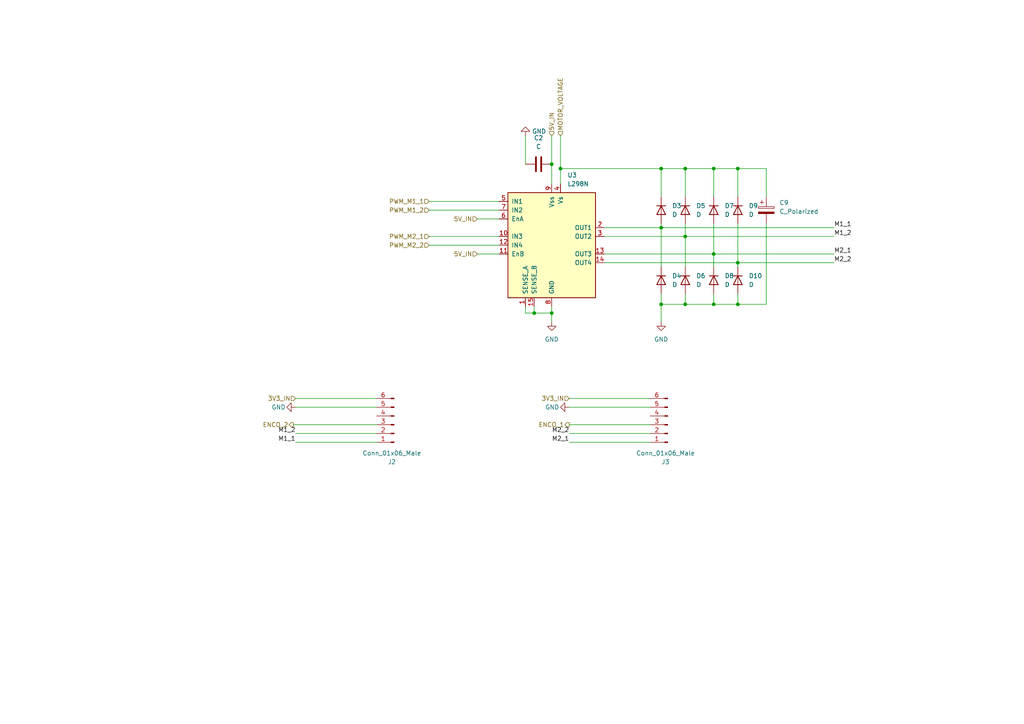
<source format=kicad_sch>
(kicad_sch (version 20211123) (generator eeschema)
  (paper "A4")
  (lib_symbols
    (symbol "Connector:Conn_01x06_Male" (pin_names (offset 1.016) hide)
      (property "Reference" "J" (at 0 7.62 0))
      (property "Value" "Conn_01x06_Male" (at 0 -10.16 0))
      (symbol "Conn_01x06_Male_1_1"
        (polyline (pts (xy 1.27 -7.62) (xy 0.8636 -7.62)) (stroke (width 0.1524)))
        (polyline (pts (xy 1.27 -5.08) (xy 0.8636 -5.08)) (stroke (width 0.1524)))
        (polyline (pts (xy 1.27 -2.54) (xy 0.8636 -2.54)) (stroke (width 0.1524)))
        (polyline (pts (xy 1.27 0) (xy 0.8636 0)) (stroke (width 0.1524)))
        (polyline (pts (xy 1.27 2.54) (xy 0.8636 2.54)) (stroke (width 0.1524)))
        (polyline (pts (xy 1.27 5.08) (xy 0.8636 5.08)) (stroke (width 0.1524)))
        (rectangle (start 0.8636 -7.493) (end 0 -7.747) (stroke (width 0.1524)) (fill (type outline)))
        (rectangle (start 0.8636 -4.953) (end 0 -5.207) (stroke (width 0.1524)) (fill (type outline)))
        (rectangle (start 0.8636 -2.413) (end 0 -2.667) (stroke (width 0.1524)) (fill (type outline)))
        (rectangle (start 0.8636 0.127) (end 0 -0.127) (stroke (width 0.1524)) (fill (type outline)))
        (rectangle (start 0.8636 2.667) (end 0 2.413) (stroke (width 0.1524)) (fill (type outline)))
        (rectangle (start 0.8636 5.207) (end 0 4.953) (stroke (width 0.1524)) (fill (type outline)))
        (pin passive line (at 5.08 5.08 180) (length 3.81) (name "Pin_1") (number "1"))
        (pin passive line (at 5.08 2.54 180) (length 3.81) (name "Pin_2") (number "2"))
        (pin passive line (at 5.08 0 180) (length 3.81) (name "Pin_3") (number "3"))
        (pin passive line (at 5.08 -2.54 180) (length 3.81) (name "Pin_4") (number "4"))
        (pin passive line (at 5.08 -5.08 180) (length 3.81) (name "Pin_5") (number "5"))
        (pin passive line (at 5.08 -7.62 180) (length 3.81) (name "Pin_6") (number "6"))
      )
    )
    (symbol "Device:C" (pin_numbers hide) (pin_names (offset 0.254))
      (property "Reference" "C" (at 0.635 2.54 0))
      (property "Value" "C" (at 0.635 -2.54 0))
      (symbol "C_0_1"
        (polyline (pts (xy -2.032 -0.762) (xy 2.032 -0.762)) (stroke (width 0.508)))
        (polyline (pts (xy -2.032 0.762) (xy 2.032 0.762)) (stroke (width 0.508)))
      )
      (symbol "C_1_1"
        (pin passive line (at 0 3.81 270) (length 2.794) (name "~") (number "1"))
        (pin passive line (at 0 -3.81 90) (length 2.794) (name "~") (number "2"))
      )
    )
    (symbol "Device:C_Polarized" (pin_numbers hide) (pin_names (offset 0.254))
      (property "Reference" "C" (at 0.635 2.54 0))
      (property "Value" "C_Polarized" (at 0.635 -2.54 0))
      (symbol "C_Polarized_0_1"
        (rectangle (start -2.286 0.508) (end 2.286 1.016))
        (polyline (pts (xy -1.778 2.286) (xy -0.762 2.286)))
        (polyline (pts (xy -1.27 2.794) (xy -1.27 1.778)))
        (rectangle (start 2.286 -0.508) (end -2.286 -1.016) (fill (type outline)))
      )
      (symbol "C_Polarized_1_1"
        (pin passive line (at 0 3.81 270) (length 2.794) (name "~") (number "1"))
        (pin passive line (at 0 -3.81 90) (length 2.794) (name "~") (number "2"))
      )
    )
    (symbol "Device:D" (pin_numbers hide) (pin_names (offset 1.016) hide)
      (property "Reference" "D" (at 0 2.54 0))
      (property "Value" "D" (at 0 -2.54 0))
      (symbol "D_0_1"
        (polyline (pts (xy -1.27 1.27) (xy -1.27 -1.27)) (stroke (width 0.254)))
        (polyline (pts (xy 1.27 0) (xy -1.27 0)))
        (polyline (pts (xy 1.27 1.27) (xy 1.27 -1.27) (xy -1.27 0) (xy 1.27 1.27)) (stroke (width 0.254)))
      )
      (symbol "D_1_1"
        (pin passive line (at -3.81 0 0) (length 2.54) (name "K") (number "1"))
        (pin passive line (at 3.81 0 180) (length 2.54) (name "A") (number "2"))
      )
    )
    (symbol "Driver_Motor:L298N" (pin_names (offset 1.016))
      (property "Reference" "U" (at -10.16 16.51 0))
      (property "Value" "L298N" (at 12.7 16.51 0))
      (symbol "L298N_0_1"
        (rectangle (start -12.7 15.24) (end 12.7 -15.24) (stroke (width 0.254)) (fill (type background)))
      )
      (symbol "L298N_1_1"
        (pin power_in line (at -7.62 -17.78 90) (length 2.54) (name "SENSE_A") (number "1"))
        (pin input line (at -15.24 2.54 0) (length 2.54) (name "IN3") (number "10"))
        (pin input line (at -15.24 -2.54 0) (length 2.54) (name "EnB") (number "11"))
        (pin input line (at -15.24 0 0) (length 2.54) (name "IN4") (number "12"))
        (pin output line (at 15.24 -2.54 180) (length 2.54) (name "OUT3") (number "13"))
        (pin output line (at 15.24 -5.08 180) (length 2.54) (name "OUT4") (number "14"))
        (pin power_in line (at -5.08 -17.78 90) (length 2.54) (name "SENSE_B") (number "15"))
        (pin output line (at 15.24 5.08 180) (length 2.54) (name "OUT1") (number "2"))
        (pin output line (at 15.24 2.54 180) (length 2.54) (name "OUT2") (number "3"))
        (pin power_in line (at 2.54 17.78 270) (length 2.54) (name "Vs") (number "4"))
        (pin input line (at -15.24 12.7 0) (length 2.54) (name "IN1") (number "5"))
        (pin input line (at -15.24 7.62 0) (length 2.54) (name "EnA") (number "6"))
        (pin input line (at -15.24 10.16 0) (length 2.54) (name "IN2") (number "7"))
        (pin power_in line (at 0 -17.78 90) (length 2.54) (name "GND") (number "8"))
        (pin power_in line (at 0 17.78 270) (length 2.54) (name "Vss") (number "9"))
      )
    )
    (symbol "power:GND" (power) (pin_names (offset 0))
      (property "Value" "GND" (at 0 -3.81 0))
      (symbol "GND_0_1"
        (polyline (pts (xy 0 0) (xy 0 -1.27) (xy 1.27 -1.27) (xy 0 -2.54) (xy -1.27 -1.27) (xy 0 -1.27)))
      )
      (symbol "GND_1_1"
        (pin power_in line (at 0 0 270) (length 0) hide (name "GND") (number "1"))
      )
    )
  )
  (junction (at 191.77 88.265))
  (junction (at 191.77 48.895))
  (junction (at 213.995 76.2))
  (junction (at 160.02 47.625))
  (junction (at 162.56 48.895))
  (junction (at 207.01 48.895))
  (junction (at 191.77 66.04))
  (junction (at 198.755 68.58))
  (junction (at 207.01 88.265))
  (junction (at 213.995 48.895))
  (junction (at 154.94 90.805))
  (junction (at 198.755 48.895))
  (junction (at 160.02 90.805))
  (junction (at 213.995 88.265))
  (junction (at 198.755 88.265))
  (junction (at 207.01 73.66))
  (wire (pts (xy 165.1 125.73) (xy 188.595 125.73)))
  (wire (pts (xy 213.995 85.09) (xy 213.995 88.265)))
  (wire (pts (xy 222.25 88.265) (xy 213.995 88.265)))
  (wire (pts (xy 191.77 66.04) (xy 241.935 66.04)))
  (wire (pts (xy 175.26 66.04) (xy 191.77 66.04)))
  (wire (pts (xy 175.26 73.66) (xy 207.01 73.66)))
  (wire (pts (xy 124.46 60.96) (xy 144.78 60.96)))
  (wire (pts (xy 162.56 48.895) (xy 191.77 48.895)))
  (wire (pts (xy 160.02 90.805) (xy 160.02 93.345)))
  (wire (pts (xy 207.01 48.895) (xy 198.755 48.895)))
  (wire (pts (xy 213.995 76.2) (xy 241.935 76.2)))
  (wire (pts (xy 198.755 48.895) (xy 191.77 48.895)))
  (wire (pts (xy 222.25 48.895) (xy 213.995 48.895)))
  (wire (pts (xy 160.02 39.37) (xy 160.02 47.625)))
  (wire (pts (xy 207.01 64.77) (xy 207.01 73.66)))
  (wire (pts (xy 124.46 68.58) (xy 144.78 68.58)))
  (wire (pts (xy 198.755 57.15) (xy 198.755 48.895)))
  (wire (pts (xy 175.26 76.2) (xy 213.995 76.2)))
  (wire (pts (xy 191.77 88.265) (xy 191.77 93.345)))
  (wire (pts (xy 124.46 71.12) (xy 144.78 71.12)))
  (wire (pts (xy 198.755 68.58) (xy 241.935 68.58)))
  (wire (pts (xy 207.01 73.66) (xy 207.01 77.47)))
  (wire (pts (xy 191.77 66.04) (xy 191.77 77.47)))
  (wire (pts (xy 124.46 58.42) (xy 144.78 58.42)))
  (wire (pts (xy 213.995 76.2) (xy 213.995 77.47)))
  (wire (pts (xy 198.755 64.77) (xy 198.755 68.58)))
  (wire (pts (xy 160.02 88.9) (xy 160.02 90.805)))
  (wire (pts (xy 175.26 68.58) (xy 198.755 68.58)))
  (wire (pts (xy 165.1 118.11) (xy 188.595 118.11)))
  (wire (pts (xy 207.01 85.09) (xy 207.01 88.265)))
  (wire (pts (xy 85.725 118.11) (xy 109.22 118.11)))
  (wire (pts (xy 160.02 47.625) (xy 160.02 53.34)))
  (wire (pts (xy 162.56 53.34) (xy 162.56 48.895)))
  (wire (pts (xy 213.995 48.895) (xy 207.01 48.895)))
  (wire (pts (xy 138.43 63.5) (xy 144.78 63.5)))
  (wire (pts (xy 154.94 90.805) (xy 160.02 90.805)))
  (wire (pts (xy 165.1 115.57) (xy 188.595 115.57)))
  (wire (pts (xy 198.755 68.58) (xy 198.755 77.47)))
  (wire (pts (xy 207.01 73.66) (xy 241.935 73.66)))
  (wire (pts (xy 152.4 90.805) (xy 154.94 90.805)))
  (wire (pts (xy 222.25 64.77) (xy 222.25 88.265)))
  (wire (pts (xy 198.755 85.09) (xy 198.755 88.265)))
  (wire (pts (xy 198.755 88.265) (xy 191.77 88.265)))
  (wire (pts (xy 154.94 88.9) (xy 154.94 90.805)))
  (wire (pts (xy 213.995 57.15) (xy 213.995 48.895)))
  (wire (pts (xy 191.77 64.77) (xy 191.77 66.04)))
  (wire (pts (xy 207.01 88.265) (xy 198.755 88.265)))
  (wire (pts (xy 152.4 88.9) (xy 152.4 90.805)))
  (wire (pts (xy 85.725 125.73) (xy 109.22 125.73)))
  (wire (pts (xy 152.4 39.37) (xy 152.4 47.625)))
  (wire (pts (xy 207.01 57.15) (xy 207.01 48.895)))
  (wire (pts (xy 222.25 57.15) (xy 222.25 48.895)))
  (wire (pts (xy 213.995 64.77) (xy 213.995 76.2)))
  (wire (pts (xy 165.1 128.27) (xy 188.595 128.27)))
  (wire (pts (xy 138.43 73.66) (xy 144.78 73.66)))
  (wire (pts (xy 85.725 115.57) (xy 109.22 115.57)))
  (wire (pts (xy 191.77 48.895) (xy 191.77 57.15)))
  (wire (pts (xy 85.725 128.27) (xy 109.22 128.27)))
  (wire (pts (xy 162.56 39.37) (xy 162.56 48.895)))
  (wire (pts (xy 207.01 88.265) (xy 213.995 88.265)))
  (wire (pts (xy 85.09 123.19) (xy 109.22 123.19)))
  (wire (pts (xy 165.1 123.19) (xy 188.595 123.19)))
  (wire (pts (xy 191.77 85.09) (xy 191.77 88.265)))
  (label "M1_2" (at 85.725 125.73 180))
  (label "M2_2" (at 165.1 125.73 180))
  (label "M1_1" (at 85.725 128.27 180))
  (label "M1_2" (at 241.935 68.58 0))
  (label "M1_1" (at 241.935 66.04 0))
  (label "M2_1" (at 241.935 73.66 0))
  (label "M2_2" (at 241.935 76.2 0))
  (label "M2_1" (at 165.1 128.27 180))
  (hierarchical_label "5V_IN" (shape input) (at 138.43 73.66 180))
  (hierarchical_label "3V3_IN" (shape input) (at 85.725 115.57 180))
  (hierarchical_label "5V_IN" (shape input) (at 138.43 63.5 180))
  (hierarchical_label "5V_IN" (shape input) (at 160.02 39.37 90))
  (hierarchical_label "PWM_M1_2" (shape input) (at 124.46 60.96 180))
  (hierarchical_label "PWM_M1_1" (shape input) (at 124.46 58.42 180))
  (hierarchical_label "MOTOR_VOLTAGE" (shape input) (at 162.56 39.37 90))
  (hierarchical_label "ENCO_2" (shape output) (at 85.09 123.19 180))
  (hierarchical_label "PWM_M2_1" (shape input) (at 124.46 68.58 180))
  (hierarchical_label "PWM_M2_2" (shape input) (at 124.46 71.12 180))
  (hierarchical_label "3V3_IN" (shape input) (at 165.1 115.57 180))
  (hierarchical_label "ENCO_1" (shape output) (at 165.1 123.19 180))
  (symbol (lib_id "Driver_Motor:L298N") (at 160.02 71.12 0) (unit 1)
    (property "Reference" "U3" (at 164.5794 50.8 0) (effects (justify left)))
    (property "Value" "L298N" (at 164.5794 53.34 0) (effects (justify left)))
    (property "Footprint" "Package_TO_SOT_THT:TO-220-15_P2.54x2.54mm_StaggerOdd_Lead4.58mm_Vertical" (effects hide))
    (property "Datasheet" "http://www.st.com/st-web-ui/static/active/en/resource/technical/document/datasheet/CD00000240.pdf" (effects hide))
  )
  (symbol (lib_id "Device:D") (at 191.77 60.96 270) (unit 1)
    (property "Reference" "D3" (at 194.945 59.6899 90) (effects (justify left)))
    (property "Value" "D" (at 194.945 62.2299 90) (effects (justify left)))
    (property "Footprint" "Diode_SMD:D_SOD-128" (effects hide))
  )
  (symbol (lib_id "Device:D") (at 198.755 81.28 270) (unit 1)
    (property "Reference" "D6" (at 201.93 80.0099 90) (effects (justify left)))
    (property "Value" "D" (at 201.93 82.5499 90) (effects (justify left)))
    (property "Footprint" "Diode_SMD:D_SOD-128" (effects hide))
  )
  (symbol (lib_id "Connector:Conn_01x06_Male") (at 193.675 123.19 180) (unit 1)
    (property "Reference" "J3" (at 193.04 133.985 0))
    (property "Value" "Conn_01x06_Male" (at 193.04 131.445 0))
    (property "Footprint" "Connector_Hirose:Hirose_DF13C_CL535-0406-3-51_1x06-1MP_P1.25mm_Vertical" (effects hide))
  )
  (symbol (lib_id "Device:C") (at 156.21 47.625 90) (unit 1)
    (property "Reference" "C2" (at 156.21 40.005 90))
    (property "Value" "C" (at 156.21 42.545 90))
    (property "Footprint" "Capacitor_THT:C_Disc_D5.0mm_W2.5mm_P2.50mm" (effects hide))
  )
  (symbol (lib_id "Connector:Conn_01x06_Male") (at 114.3 123.19 180) (unit 1)
    (property "Reference" "J2" (at 113.665 133.985 0))
    (property "Value" "Conn_01x06_Male" (at 113.665 131.445 0))
    (property "Footprint" "Connector_Hirose:Hirose_DF13C_CL535-0406-3-51_1x06-1MP_P1.25mm_Vertical" (effects hide))
  )
  (symbol (lib_id "power:GND") (at 191.77 93.345 0) (unit 1)
    (property "Reference" "#PWR0116" (effects hide))
    (property "Value" "GND" (at 191.77 98.425 0))
  )
  (symbol (lib_id "Device:C_Polarized") (at 222.25 60.96 0) (unit 1)
    (property "Reference" "C9" (at 226.06 58.8009 0) (effects (justify left)))
    (property "Value" "C_Polarized" (at 226.06 61.3409 0) (effects (justify left)))
    (property "Footprint" "Capacitor_THT:CP_Radial_D10.0mm_P5.00mm" (effects hide))
  )
  (symbol (lib_id "power:GND") (at 165.1 118.11 270) (unit 1)
    (property "Reference" "#PWR0114" (effects hide))
    (property "Value" "GND" (at 158.115 118.11 90) (effects (justify left)))
  )
  (symbol (lib_id "power:GND") (at 160.02 93.345 0) (unit 1)
    (property "Reference" "#PWR0117" (effects hide))
    (property "Value" "GND" (at 160.02 98.425 0))
  )
  (symbol (lib_id "Device:D") (at 191.77 81.28 270) (unit 1)
    (property "Reference" "D4" (at 194.945 80.0099 90) (effects (justify left)))
    (property "Value" "D" (at 194.945 82.5499 90) (effects (justify left)))
    (property "Footprint" "Diode_SMD:D_SOD-128" (effects hide))
  )
  (symbol (lib_id "Device:D") (at 213.995 81.28 270) (unit 1)
    (property "Reference" "D10" (at 217.17 80.0099 90) (effects (justify left)))
    (property "Value" "D" (at 217.17 82.5499 90) (effects (justify left)))
    (property "Footprint" "Diode_SMD:D_SOD-128" (effects hide))
  )
  (symbol (lib_id "Device:D") (at 198.755 60.96 270) (unit 1)
    (property "Reference" "D5" (at 201.93 59.6899 90) (effects (justify left)))
    (property "Value" "D" (at 201.93 62.2299 90) (effects (justify left)))
    (property "Footprint" "Diode_SMD:D_SOD-128" (effects hide))
  )
  (symbol (lib_id "Device:D") (at 207.01 81.28 270) (unit 1)
    (property "Reference" "D8" (at 210.185 80.0099 90) (effects (justify left)))
    (property "Value" "D" (at 210.185 82.5499 90) (effects (justify left)))
    (property "Footprint" "Diode_SMD:D_SOD-128" (effects hide))
  )
  (symbol (lib_id "Device:D") (at 213.995 60.96 270) (unit 1)
    (property "Reference" "D9" (at 217.17 59.6899 90) (effects (justify left)))
    (property "Value" "D" (at 217.17 62.2299 90) (effects (justify left)))
    (property "Footprint" "Diode_SMD:D_SOD-128" (effects hide))
  )
  (symbol (lib_id "power:GND") (at 152.4 39.37 180) (unit 1)
    (property "Reference" "#PWR0118" (effects hide))
    (property "Value" "GND" (at 154.305 38.0999 0) (effects (justify right)))
  )
  (symbol (lib_id "Device:D") (at 207.01 60.96 270) (unit 1)
    (property "Reference" "D7" (at 210.185 59.6899 90) (effects (justify left)))
    (property "Value" "D" (at 210.185 62.2299 90) (effects (justify left)))
    (property "Footprint" "Diode_SMD:D_SOD-128" (effects hide))
  )
  (symbol (lib_id "power:GND") (at 85.725 118.11 270) (unit 1)
    (property "Reference" "#PWR0121" (effects hide))
    (property "Value" "GND" (at 78.74 118.11 90) (effects (justify left)))
  )
)
</source>
